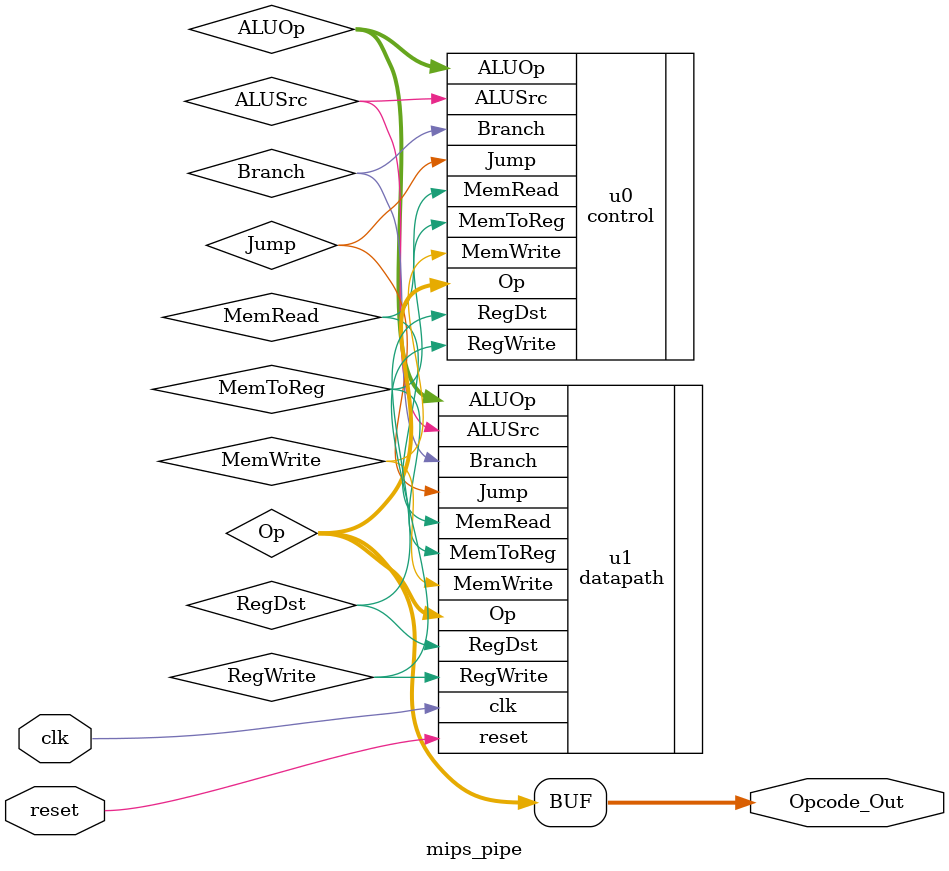
<source format=sv>
module mips_pipe(input logic clk,
               input logic reset,
			   output logic [5:0] Opcode_Out);

	logic [5:0] Op;
	logic MemRead;
	logic MemWrite;
	logic MemToReg;
	logic ALUSrc;
	logic RegWrite;
	logic RegDst;
	logic Branch;
	logic Jump;
	logic [1:0] ALUOp;

	

	control u0(.Op(Op), .MemRead(MemRead), .MemWrite(MemWrite), .MemToReg(MemToReg), .ALUSrc(ALUSrc), 
				.RegWrite(RegWrite), .RegDst(RegDst), .Branch(Branch), .Jump(Jump), .ALUOp(ALUOp));

	datapath u1(.clk(clk), .reset(reset), .Op(Op), .MemRead(MemRead), .MemWrite(MemWrite), .MemToReg(MemToReg), 
				.ALUSrc(ALUSrc), .RegWrite(RegWrite), .RegDst(RegDst), .Branch(Branch), .Jump(Jump),  
				.ALUOp(ALUOp));
assign Opcode_Out = Op;
endmodule


</source>
